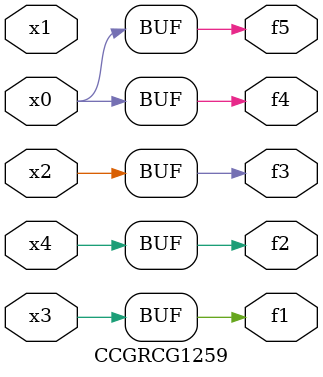
<source format=v>
module CCGRCG1259(
	input x0, x1, x2, x3, x4,
	output f1, f2, f3, f4, f5
);
	assign f1 = x3;
	assign f2 = x4;
	assign f3 = x2;
	assign f4 = x0;
	assign f5 = x0;
endmodule

</source>
